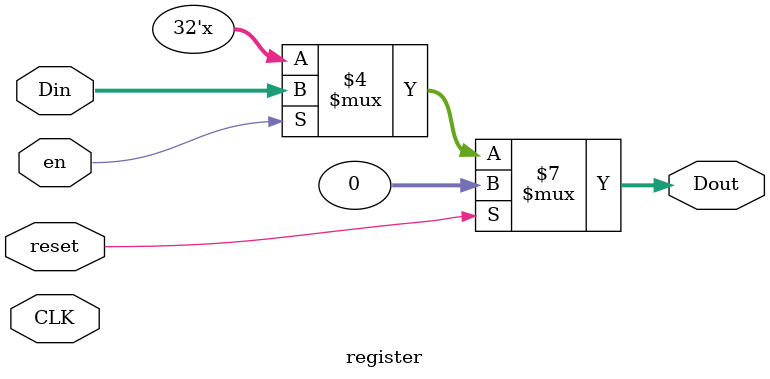
<source format=v>
module register (Dout, Din, en, CLK, reset);

 input  		en, CLK, reset;
 input 		[31:0]Din;
 output reg [31:0]Dout;
	
	initial begin Dout[31:0] =32'b0; end
	
  always @(*) begin
    if (reset)
	  Dout[31:0] <= 0;
	else if (en)
	  Dout[31:0] <= Din[31:0];
	else
	  Dout[31:0] <= Dout[31:0];
	
  end
  
endmodule

</source>
